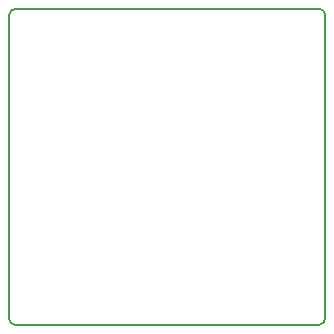
<source format=gbr>
%TF.GenerationSoftware,KiCad,Pcbnew,(6.0.2)*%
%TF.CreationDate,2022-06-08T23:24:18-05:00*%
%TF.ProjectId,UnoMiniCube,556e6f4d-696e-4694-9375-62652e6b6963,rev?*%
%TF.SameCoordinates,Original*%
%TF.FileFunction,Profile,NP*%
%FSLAX46Y46*%
G04 Gerber Fmt 4.6, Leading zero omitted, Abs format (unit mm)*
G04 Created by KiCad (PCBNEW (6.0.2)) date 2022-06-08 23:24:18*
%MOMM*%
%LPD*%
G01*
G04 APERTURE LIST*
%TA.AperFunction,Profile*%
%ADD10C,0.200000*%
%TD*%
G04 APERTURE END LIST*
D10*
X140538200Y-76530200D02*
X141480188Y-76530200D01*
X140040201Y-102782201D02*
X140040200Y-77028201D01*
X140040201Y-102782201D02*
G75*
G03*
X140538201Y-103280200I497999J0D01*
G01*
X166292201Y-103280200D02*
X140538201Y-103280200D01*
X166292201Y-103280200D02*
G75*
G03*
X166790201Y-102782200I-1J498001D01*
G01*
X166790200Y-77028211D02*
G75*
G03*
X166292200Y-76530211I-498001J-1D01*
G01*
X140538200Y-76530200D02*
G75*
G03*
X140040200Y-77028201I1J-498001D01*
G01*
X141480188Y-76530209D02*
X166292200Y-76530211D01*
X166790200Y-77028211D02*
X166790201Y-102782200D01*
M02*

</source>
